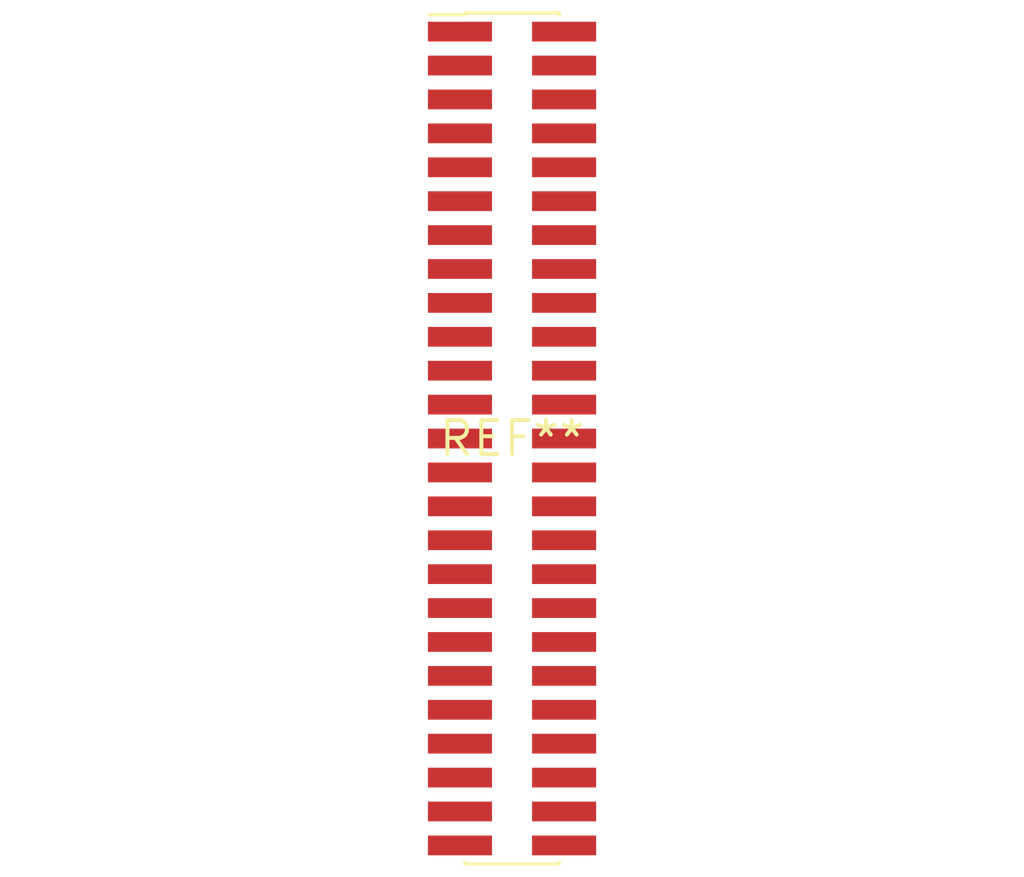
<source format=kicad_pcb>
(kicad_pcb (version 20240108) (generator pcbnew)
  (layers (0 "F.Cu" signal) (31 "B.Cu" signal) (34 "B.Paste" user) (35 "F.Paste" user) (36 "B.SilkS" user "B.Silkscreen") (37 "F.SilkS" user "F.Silkscreen") (38 "B.Mask" user) (39 "F.Mask" user) (44 "Edge.Cuts" user))
  (net 0 "")
  (footprint "PinHeader_2x25_P1.27mm_Vertical_SMD" (layer "F.Cu") (at 0 0)
    (property "Reference" "REF**")
    (property "Value" "PinHeader_2x25_P1.27mm_Vertical_SMD")
    (fp_line (start -3.09 -15.87) (end -1.765 -15.87) (layer "F.SilkS") (stroke (width 0.12)))
    (fp_line (start -1.765 -15.935) (end -1.765 -15.87) (layer "F.SilkS") (stroke (width 0.12)))
    (fp_line (start -1.765 -15.935) (end 1.765 -15.935) (layer "F.SilkS") (stroke (width 0.12)))
    (fp_line (start -1.765 15.87) (end -1.765 15.935) (layer "F.SilkS") (stroke (width 0.12)))
    (fp_line (start -1.765 15.935) (end 1.765 15.935) (layer "F.SilkS") (stroke (width 0.12)))
    (fp_line (start 1.765 -15.935) (end 1.765 -15.87) (layer "F.SilkS") (stroke (width 0.12)))
    (fp_line (start 1.765 15.87) (end 1.765 15.935) (layer "F.SilkS") (stroke (width 0.12)))
    (pad "1" smd rect (at -1.95 -15.24) (size 2.4 0.74) (layers "F.Cu" "F.Paste" "F.Mask"))
    (pad "2" smd rect (at 1.95 -15.24) (size 2.4 0.74) (layers "F.Cu" "F.Paste" "F.Mask"))
    (pad "3" smd rect (at -1.95 -13.97) (size 2.4 0.74) (layers "F.Cu" "F.Paste" "F.Mask"))
    (pad "4" smd rect (at 1.95 -13.97) (size 2.4 0.74) (layers "F.Cu" "F.Paste" "F.Mask"))
    (pad "5" smd rect (at -1.95 -12.7) (size 2.4 0.74) (layers "F.Cu" "F.Paste" "F.Mask"))
    (pad "6" smd rect (at 1.95 -12.7) (size 2.4 0.74) (layers "F.Cu" "F.Paste" "F.Mask"))
    (pad "7" smd rect (at -1.95 -11.43) (size 2.4 0.74) (layers "F.Cu" "F.Paste" "F.Mask"))
    (pad "8" smd rect (at 1.95 -11.43) (size 2.4 0.74) (layers "F.Cu" "F.Paste" "F.Mask"))
    (pad "9" smd rect (at -1.95 -10.16) (size 2.4 0.74) (layers "F.Cu" "F.Paste" "F.Mask"))
    (pad "10" smd rect (at 1.95 -10.16) (size 2.4 0.74) (layers "F.Cu" "F.Paste" "F.Mask"))
    (pad "11" smd rect (at -1.95 -8.89) (size 2.4 0.74) (layers "F.Cu" "F.Paste" "F.Mask"))
    (pad "12" smd rect (at 1.95 -8.89) (size 2.4 0.74) (layers "F.Cu" "F.Paste" "F.Mask"))
    (pad "13" smd rect (at -1.95 -7.62) (size 2.4 0.74) (layers "F.Cu" "F.Paste" "F.Mask"))
    (pad "14" smd rect (at 1.95 -7.62) (size 2.4 0.74) (layers "F.Cu" "F.Paste" "F.Mask"))
    (pad "15" smd rect (at -1.95 -6.35) (size 2.4 0.74) (layers "F.Cu" "F.Paste" "F.Mask"))
    (pad "16" smd rect (at 1.95 -6.35) (size 2.4 0.74) (layers "F.Cu" "F.Paste" "F.Mask"))
    (pad "17" smd rect (at -1.95 -5.08) (size 2.4 0.74) (layers "F.Cu" "F.Paste" "F.Mask"))
    (pad "18" smd rect (at 1.95 -5.08) (size 2.4 0.74) (layers "F.Cu" "F.Paste" "F.Mask"))
    (pad "19" smd rect (at -1.95 -3.81) (size 2.4 0.74) (layers "F.Cu" "F.Paste" "F.Mask"))
    (pad "20" smd rect (at 1.95 -3.81) (size 2.4 0.74) (layers "F.Cu" "F.Paste" "F.Mask"))
    (pad "21" smd rect (at -1.95 -2.54) (size 2.4 0.74) (layers "F.Cu" "F.Paste" "F.Mask"))
    (pad "22" smd rect (at 1.95 -2.54) (size 2.4 0.74) (layers "F.Cu" "F.Paste" "F.Mask"))
    (pad "23" smd rect (at -1.95 -1.27) (size 2.4 0.74) (layers "F.Cu" "F.Paste" "F.Mask"))
    (pad "24" smd rect (at 1.95 -1.27) (size 2.4 0.74) (layers "F.Cu" "F.Paste" "F.Mask"))
    (pad "25" smd rect (at -1.95 0) (size 2.4 0.74) (layers "F.Cu" "F.Paste" "F.Mask"))
    (pad "26" smd rect (at 1.95 0) (size 2.4 0.74) (layers "F.Cu" "F.Paste" "F.Mask"))
    (pad "27" smd rect (at -1.95 1.27) (size 2.4 0.74) (layers "F.Cu" "F.Paste" "F.Mask"))
    (pad "28" smd rect (at 1.95 1.27) (size 2.4 0.74) (layers "F.Cu" "F.Paste" "F.Mask"))
    (pad "29" smd rect (at -1.95 2.54) (size 2.4 0.74) (layers "F.Cu" "F.Paste" "F.Mask"))
    (pad "30" smd rect (at 1.95 2.54) (size 2.4 0.74) (layers "F.Cu" "F.Paste" "F.Mask"))
    (pad "31" smd rect (at -1.95 3.81) (size 2.4 0.74) (layers "F.Cu" "F.Paste" "F.Mask"))
    (pad "32" smd rect (at 1.95 3.81) (size 2.4 0.74) (layers "F.Cu" "F.Paste" "F.Mask"))
    (pad "33" smd rect (at -1.95 5.08) (size 2.4 0.74) (layers "F.Cu" "F.Paste" "F.Mask"))
    (pad "34" smd rect (at 1.95 5.08) (size 2.4 0.74) (layers "F.Cu" "F.Paste" "F.Mask"))
    (pad "35" smd rect (at -1.95 6.35) (size 2.4 0.74) (layers "F.Cu" "F.Paste" "F.Mask"))
    (pad "36" smd rect (at 1.95 6.35) (size 2.4 0.74) (layers "F.Cu" "F.Paste" "F.Mask"))
    (pad "37" smd rect (at -1.95 7.62) (size 2.4 0.74) (layers "F.Cu" "F.Paste" "F.Mask"))
    (pad "38" smd rect (at 1.95 7.62) (size 2.4 0.74) (layers "F.Cu" "F.Paste" "F.Mask"))
    (pad "39" smd rect (at -1.95 8.89) (size 2.4 0.74) (layers "F.Cu" "F.Paste" "F.Mask"))
    (pad "40" smd rect (at 1.95 8.89) (size 2.4 0.74) (layers "F.Cu" "F.Paste" "F.Mask"))
    (pad "41" smd rect (at -1.95 10.16) (size 2.4 0.74) (layers "F.Cu" "F.Paste" "F.Mask"))
    (pad "42" smd rect (at 1.95 10.16) (size 2.4 0.74) (layers "F.Cu" "F.Paste" "F.Mask"))
    (pad "43" smd rect (at -1.95 11.43) (size 2.4 0.74) (layers "F.Cu" "F.Paste" "F.Mask"))
    (pad "44" smd rect (at 1.95 11.43) (size 2.4 0.74) (layers "F.Cu" "F.Paste" "F.Mask"))
    (pad "45" smd rect (at -1.95 12.7) (size 2.4 0.74) (layers "F.Cu" "F.Paste" "F.Mask"))
    (pad "46" smd rect (at 1.95 12.7) (size 2.4 0.74) (layers "F.Cu" "F.Paste" "F.Mask"))
    (pad "47" smd rect (at -1.95 13.97) (size 2.4 0.74) (layers "F.Cu" "F.Paste" "F.Mask"))
    (pad "48" smd rect (at 1.95 13.97) (size 2.4 0.74) (layers "F.Cu" "F.Paste" "F.Mask"))
    (pad "49" smd rect (at -1.95 15.24) (size 2.4 0.74) (layers "F.Cu" "F.Paste" "F.Mask"))
    (pad "50" smd rect (at 1.95 15.24) (size 2.4 0.74) (layers "F.Cu" "F.Paste" "F.Mask"))
  )
)
</source>
